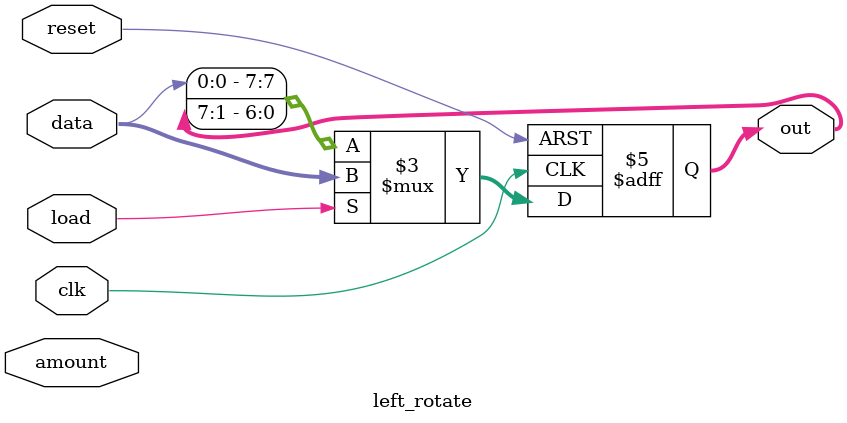
<source format=v>
module left_rotate(clk,reset,amount,data,load,out);
input clk,reset;
input [2:0] amount;
input [7:0] data;
input load;
output reg [7:0] out;
// when load is high, load data to out
// otherwise rotate the out register followed by left shift the out register by amount bits
always @(posedge clk or posedge reset)
begin
	if (reset)
	begin
	out <= 8'b0;
	end
	else if (load)
	begin
	out <= data;
	end
	else
	begin
	out <= {data[7:0],out[7:1]};
	end
end
endmodule

</source>
